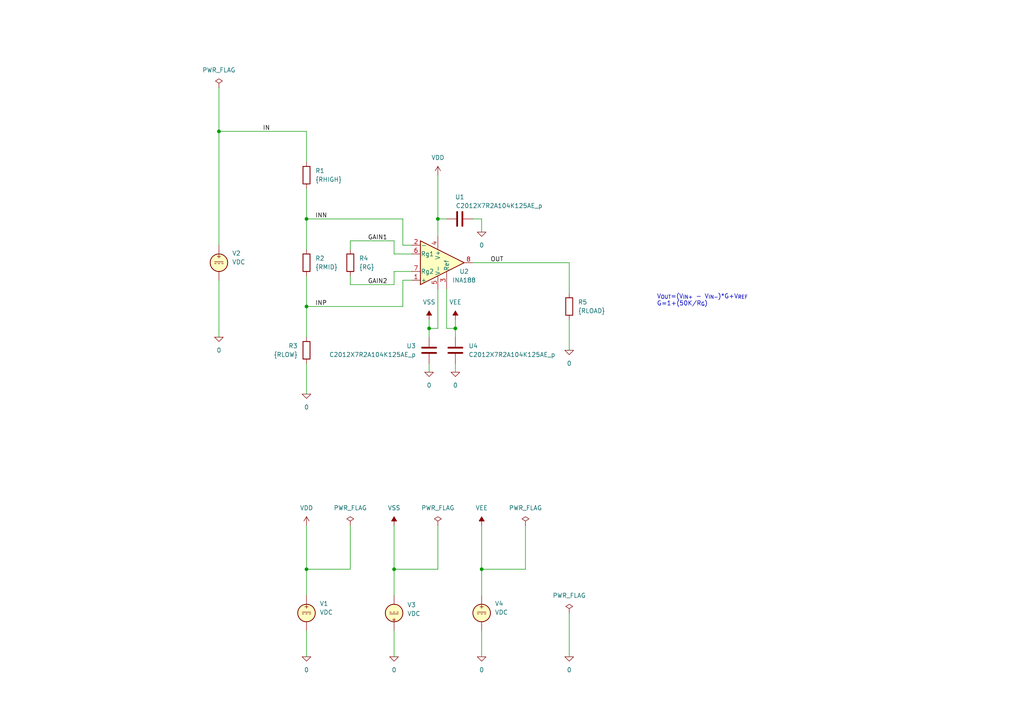
<source format=kicad_sch>
(kicad_sch (version 20211123) (generator eeschema)
  (paper "A4")
  (title_block (title "±10V PLC Input.") (date "2023-04-07") (rev "1") (company "astroelectronic@") (comment 1 "-") (comment 2 "-") (comment 3 "-") (comment 4 "AE01010188"))
  (lib_symbols
    (symbol "Device:C" (pin_numbers hide) (pin_names (offset 0.254))
      (property "Reference" "C" (at 0.635 2.54 0))
      (property "Value" "C" (at 0.635 -2.54 0))
      (symbol "C_0_1"
        (polyline (pts (xy -2.032 -0.762) (xy 2.032 -0.762)) (stroke (width 0.508)))
        (polyline (pts (xy -2.032 0.762) (xy 2.032 0.762)) (stroke (width 0.508)))
      )
      (symbol "C_1_1"
        (pin passive line (at 0 3.81 270) (length 2.794) (name "~") (number "1"))
        (pin passive line (at 0 -3.81 90) (length 2.794) (name "~") (number "2"))
      )
    )
    (symbol "Device:R" (pin_numbers hide) (pin_names (offset 0))
      (property "Reference" "R" (at 2.032 0 90))
      (property "Value" "R" (at 0 0 90))
      (symbol "R_0_1"
        (rectangle (start -1.016 -2.54) (end 1.016 2.54) (stroke (width 0.254)))
      )
      (symbol "R_1_1"
        (pin passive line (at 0 3.81 270) (length 1.27) (name "~") (number "1"))
        (pin passive line (at 0 -3.81 90) (length 1.27) (name "~") (number "2"))
      )
    )
    (symbol "INA188:INA188" (pin_names (offset 0.127))
      (property "Reference" "U" (at 3.81 3.175 0))
      (property "Value" "INA188" (at 3.81 -3.175 0))
      (symbol "INA188_0_1"
        (polyline (pts (xy 7.62 0) (xy -5.08 6.35) (xy -5.08 -6.35) (xy 7.62 0)) (stroke (width 0.254)) (fill (type background)))
      )
      (symbol "INA188_1_1"
        (pin passive line (at -7.62 -5.08 0) (length 2.54) (name "+") (number "1"))
        (pin passive line (at -7.62 5.08 0) (length 2.54) (name "-") (number "2"))
        (pin passive line (at 2.54 -7.62 90) (length 5.08) (name "Ref") (number "3"))
        (pin passive line (at 0 7.62 270) (length 3.81) (name "V+") (number "4"))
        (pin passive line (at 0 -7.62 90) (length 3.81) (name "V-") (number "5"))
        (pin passive line (at -7.62 2.54 0) (length 2.54) (name "Rg1") (number "6"))
        (pin passive line (at -7.62 -2.54 0) (length 2.54) (name "Rg2") (number "7"))
        (pin passive line (at 10.16 0 180) (length 2.54) (name "~") (number "8"))
      )
    )
    (symbol "Simulation_SPICE:VDC" (pin_numbers hide) (pin_names (offset 0.0254))
      (property "Reference" "V" (at 2.54 2.54 0))
      (property "Value" "VDC" (at 2.54 0 0))
      (property "Spice_Model" "dc(1)" (at 2.54 -2.54 0))
      (symbol "VDC_0_0"
        (polyline (pts (xy -1.27 0.254) (xy 1.27 0.254)))
        (polyline (pts (xy -0.762 -0.254) (xy -1.27 -0.254)))
        (polyline (pts (xy 0.254 -0.254) (xy -0.254 -0.254)))
        (polyline (pts (xy 1.27 -0.254) (xy 0.762 -0.254)))
        (text "+" (at 0 1.905 0) (effects (font (size 1.27 1.27))))
      )
      (symbol "VDC_0_1"
        (circle (center 0 0) (radius 2.54) (stroke (width 0.254)) (fill (type background)))
      )
      (symbol "VDC_1_1"
        (pin passive line (at 0 5.08 270) (length 2.54) (name "~") (number "1"))
        (pin passive line (at 0 -5.08 90) (length 2.54) (name "~") (number "2"))
      )
    )
    (symbol "power:PWR_FLAG" (power) (pin_numbers hide) (pin_names (offset 0) hide)
      (property "Value" "PWR_FLAG" (at 0 3.81 0))
      (symbol "PWR_FLAG_0_0"
        (pin power_out line (at 0 0 90) (length 0) (name "pwr") (number "1"))
      )
      (symbol "PWR_FLAG_0_1"
        (polyline (pts (xy 0 0) (xy 0 1.27) (xy -1.016 1.905) (xy 0 2.54) (xy 1.016 1.905) (xy 0 1.27)))
      )
    )
    (symbol "power:VDD" (power) (pin_names (offset 0))
      (property "Value" "VDD" (at 0 3.81 0))
      (symbol "VDD_0_1"
        (polyline (pts (xy -0.762 1.27) (xy 0 2.54)))
        (polyline (pts (xy 0 0) (xy 0 2.54)))
        (polyline (pts (xy 0 2.54) (xy 0.762 1.27)))
      )
      (symbol "VDD_1_1"
        (pin power_in line (at 0 0 90) (length 0) hide (name "VDD") (number "1"))
      )
    )
    (symbol "power:VEE" (power) (pin_names (offset 0))
      (property "Value" "VEE" (at 0 3.81 0))
      (symbol "VEE_0_1"
        (polyline (pts (xy 0 0) (xy 0 2.54)))
        (polyline (pts (xy 0.762 1.27) (xy -0.762 1.27) (xy 0 2.54) (xy 0.762 1.27)) (fill (type outline)))
      )
      (symbol "VEE_1_1"
        (pin power_in line (at 0 0 90) (length 0) hide (name "VEE") (number "1"))
      )
    )
    (symbol "power:VSS" (power) (pin_names (offset 0))
      (property "Value" "VSS" (at 0 3.81 0))
      (symbol "VSS_0_1"
        (polyline (pts (xy 0 0) (xy 0 2.54)))
        (polyline (pts (xy 0.762 1.27) (xy -0.762 1.27) (xy 0 2.54) (xy 0.762 1.27)) (fill (type outline)))
      )
      (symbol "VSS_1_1"
        (pin power_in line (at 0 0 90) (length 0) hide (name "VSS") (number "1"))
      )
    )
    (symbol "pspice:0" (power) (pin_names (offset 0))
      (property "Value" "0" (at 0 -1.778 0))
      (symbol "0_0_1"
        (polyline (pts (xy -1.27 0) (xy 0 -1.27) (xy 1.27 0) (xy -1.27 0)))
      )
      (symbol "0_1_1"
        (pin power_in line (at 0 0 0) (length 0) hide (name "0") (number "1"))
      )
    )
  )
  (junction (at 88.9 165.1))
  (junction (at 114.3 165.1))
  (junction (at 88.9 63.5))
  (junction (at 124.46 95.25))
  (junction (at 63.5 38.1))
  (junction (at 132.08 95.25))
  (junction (at 88.9 88.9))
  (junction (at 127 63.5))
  (junction (at 139.7 165.1))
  (wire (pts (xy 88.9 165.1) (xy 88.9 172.72)))
  (wire (pts (xy 119.38 81.28) (xy 116.84 81.28)))
  (wire (pts (xy 127 83.82) (xy 127 95.25)))
  (wire (pts (xy 132.08 105.41) (xy 132.08 107.95)))
  (wire (pts (xy 116.84 88.9) (xy 116.84 81.28)))
  (wire (pts (xy 114.3 152.4) (xy 114.3 165.1)))
  (wire (pts (xy 119.38 78.74) (xy 114.3 78.74)))
  (wire (pts (xy 165.1 177.8) (xy 165.1 190.5)))
  (wire (pts (xy 139.7 63.5) (xy 139.7 67.31)))
  (wire (pts (xy 88.9 182.88) (xy 88.9 190.5)))
  (wire (pts (xy 165.1 92.71) (xy 165.1 101.6)))
  (wire (pts (xy 63.5 81.28) (xy 63.5 97.79)))
  (wire (pts (xy 127 63.5) (xy 127 68.58)))
  (wire (pts (xy 63.5 38.1) (xy 88.9 38.1)))
  (wire (pts (xy 101.6 165.1) (xy 101.6 152.4)))
  (wire (pts (xy 88.9 54.61) (xy 88.9 63.5)))
  (wire (pts (xy 114.3 182.88) (xy 114.3 190.5)))
  (wire (pts (xy 88.9 38.1) (xy 88.9 46.99)))
  (wire (pts (xy 88.9 88.9) (xy 88.9 97.79)))
  (wire (pts (xy 101.6 82.55) (xy 101.6 80.01)))
  (wire (pts (xy 127 63.5) (xy 129.54 63.5)))
  (wire (pts (xy 88.9 105.41) (xy 88.9 114.3)))
  (wire (pts (xy 137.16 63.5) (xy 139.7 63.5)))
  (wire (pts (xy 124.46 95.25) (xy 124.46 92.71)))
  (wire (pts (xy 63.5 38.1) (xy 63.5 71.12)))
  (wire (pts (xy 132.08 95.25) (xy 132.08 97.79)))
  (wire (pts (xy 137.16 76.2) (xy 165.1 76.2)))
  (wire (pts (xy 114.3 165.1) (xy 114.3 172.72)))
  (wire (pts (xy 119.38 71.12) (xy 116.84 71.12)))
  (wire (pts (xy 88.9 88.9) (xy 116.84 88.9)))
  (wire (pts (xy 139.7 165.1) (xy 139.7 172.72)))
  (wire (pts (xy 139.7 165.1) (xy 152.4 165.1)))
  (wire (pts (xy 132.08 95.25) (xy 132.08 92.71)))
  (wire (pts (xy 88.9 63.5) (xy 116.84 63.5)))
  (wire (pts (xy 152.4 165.1) (xy 152.4 152.4)))
  (wire (pts (xy 127 50.8) (xy 127 63.5)))
  (wire (pts (xy 129.54 83.82) (xy 129.54 95.25)))
  (wire (pts (xy 119.38 73.66) (xy 114.3 73.66)))
  (wire (pts (xy 88.9 165.1) (xy 101.6 165.1)))
  (wire (pts (xy 139.7 182.88) (xy 139.7 190.5)))
  (wire (pts (xy 114.3 78.74) (xy 114.3 82.55)))
  (wire (pts (xy 114.3 73.66) (xy 114.3 69.85)))
  (wire (pts (xy 88.9 152.4) (xy 88.9 165.1)))
  (wire (pts (xy 101.6 69.85) (xy 101.6 72.39)))
  (wire (pts (xy 101.6 82.55) (xy 114.3 82.55)))
  (wire (pts (xy 63.5 25.4) (xy 63.5 38.1)))
  (wire (pts (xy 139.7 152.4) (xy 139.7 165.1)))
  (wire (pts (xy 116.84 71.12) (xy 116.84 63.5)))
  (wire (pts (xy 124.46 105.41) (xy 124.46 107.95)))
  (wire (pts (xy 101.6 69.85) (xy 114.3 69.85)))
  (wire (pts (xy 114.3 165.1) (xy 127 165.1)))
  (wire (pts (xy 124.46 95.25) (xy 124.46 97.79)))
  (wire (pts (xy 88.9 63.5) (xy 88.9 72.39)))
  (wire (pts (xy 124.46 95.25) (xy 127 95.25)))
  (wire (pts (xy 88.9 80.01) (xy 88.9 88.9)))
  (wire (pts (xy 127 165.1) (xy 127 152.4)))
  (wire (pts (xy 129.54 95.25) (xy 132.08 95.25)))
  (wire (pts (xy 165.1 76.2) (xy 165.1 85.09)))
  (text "V_{OUT}=(V_{IN+} - V_{IN-})*G+V_{REF}\nG=1+(50K/R_{G})" (at 190.5 88.9 0) (effects (font (size 1.27 1.27)) (justify left bottom)))
  (label "INP" (at 91.44 88.9 0))
  (label "GAIN2" (at 106.68 82.55 0))
  (label "INN" (at 91.44 63.5 0))
  (label "GAIN1" (at 106.68 69.85 0))
  (label "OUT" (at 142.24 76.2 0))
  (label "IN" (at 76.2 38.1 0))
  (symbol (lib_id "pspice:0") (at 63.5 97.79 0) (unit 1)
    (property "Reference" "#GND0103" (effects hide))
    (property "Value" "0" (at 63.5 101.6 0))
  )
  (symbol (lib_id "power:PWR_FLAG") (at 101.6 152.4 0) (unit 1)
    (property "Reference" "#FLG01" (effects hide))
    (property "Value" "PWR_FLAG" (at 101.6 147.32 0))
  )
  (symbol (lib_id "Device:C") (at 133.35 63.5 90) (unit 1)
    (property "Reference" "U1" (at 133.35 57.15 90))
    (property "Value" "C2012X7R2A104K125AE_p" (at 144.78 59.69 90))
    (property "Spice_Primitive" "X" (effects hide))
    (property "Spice_Model" "C2012X7R2A104K125AE_p" (effects hide))
    (property "Spice_Netlist_Enabled" "Y" (effects hide))
    (property "Spice_Lib_File" "models/C2012X7R2A104K125AE_p.mod" (effects hide))
  )
  (symbol (lib_id "Device:R") (at 88.9 76.2 0) (unit 1)
    (property "Reference" "R2" (at 91.44 74.9299 0) (effects (justify left)))
    (property "Value" "{RMID}" (at 91.44 77.4699 0) (effects (justify left)))
  )
  (symbol (lib_id "pspice:0") (at 139.7 190.5 0) (unit 1)
    (property "Reference" "#GND0105" (effects hide))
    (property "Value" "0" (at 139.7 194.31 0))
  )
  (symbol (lib_id "power:VDD") (at 127 50.8 0) (unit 1)
    (property "Reference" "#PWR04" (effects hide))
    (property "Value" "VDD" (at 127 45.72 0))
  )
  (symbol (lib_id "power:VEE") (at 132.08 92.71 0) (unit 1)
    (property "Reference" "#PWR06" (effects hide))
    (property "Value" "VEE" (at 132.08 87.63 0))
  )
  (symbol (lib_id "power:PWR_FLAG") (at 127 152.4 0) (unit 1)
    (property "Reference" "#FLG03" (effects hide))
    (property "Value" "PWR_FLAG" (at 127 147.32 0))
  )
  (symbol (lib_id "Device:R") (at 88.9 50.8 0) (unit 1)
    (property "Reference" "R1" (at 91.44 49.5299 0) (effects (justify left)))
    (property "Value" "{RHIGH}" (at 91.44 52.0699 0) (effects (justify left)))
  )
  (symbol (lib_id "pspice:0") (at 139.7 67.31 0) (unit 1)
    (property "Reference" "#GND0101" (effects hide))
    (property "Value" "0" (at 139.7 71.12 0))
  )
  (symbol (lib_id "Device:R") (at 101.6 76.2 0) (unit 1)
    (property "Reference" "R4" (at 104.14 74.9299 0) (effects (justify left)))
    (property "Value" "{RG}" (at 104.14 77.4699 0) (effects (justify left)))
  )
  (symbol (lib_id "power:VSS") (at 114.3 152.4 0) (unit 1)
    (property "Reference" "#PWR02" (effects hide))
    (property "Value" "VSS" (at 114.3 147.32 0))
  )
  (symbol (lib_id "pspice:0") (at 88.9 190.5 0) (unit 1)
    (property "Reference" "#GND0107" (effects hide))
    (property "Value" "0" (at 88.9 194.31 0))
  )
  (symbol (lib_id "Device:R") (at 88.9 101.6 0) (unit 1)
    (property "Reference" "R3" (at 86.36 100.3299 0) (effects (justify right)))
    (property "Value" "{RLOW}" (at 86.36 102.8699 0) (effects (justify right)))
  )
  (symbol (lib_id "pspice:0") (at 165.1 101.6 0) (unit 1)
    (property "Reference" "#GND0102" (effects hide))
    (property "Value" "0" (at 165.1 105.41 0))
  )
  (symbol (lib_id "Simulation_SPICE:VDC") (at 114.3 177.8 0) (mirror x) (unit 1)
    (property "Reference" "V3" (at 118.11 175.4496 0) (effects (justify left)))
    (property "Value" "VDC" (at 118.11 177.9896 0) (effects (justify left)))
    (property "Spice_Netlist_Enabled" "Y" (effects hide))
    (property "Spice_Primitive" "V" (effects hide))
    (property "Spice_Model" "{VNEG}" (at 118.11 180.5296 0) (effects (justify left)))
  )
  (symbol (lib_id "Device:C") (at 132.08 101.6 180) (unit 1)
    (property "Reference" "U4" (at 135.89 100.3299 0) (effects (justify right)))
    (property "Value" "C2012X7R2A104K125AE_p" (at 135.89 102.8699 0) (effects (justify right)))
    (property "Spice_Primitive" "X" (effects hide))
    (property "Spice_Model" "C2012X7R2A104K125AE_p" (effects hide))
    (property "Spice_Netlist_Enabled" "Y" (effects hide))
    (property "Spice_Lib_File" "models/C2012X7R2A104K125AE_p.mod" (effects hide))
  )
  (symbol (lib_id "Simulation_SPICE:VDC") (at 88.9 177.8 0) (unit 1)
    (property "Reference" "V1" (at 92.71 175.0701 0) (effects (justify left)))
    (property "Value" "VDC" (at 92.71 177.6101 0) (effects (justify left)))
    (property "Spice_Netlist_Enabled" "Y" (effects hide))
    (property "Spice_Primitive" "V" (effects hide))
    (property "Spice_Model" "{VPOS}" (at 92.71 180.1501 0) (effects (justify left)))
  )
  (symbol (lib_id "power:PWR_FLAG") (at 165.1 177.8 0) (unit 1)
    (property "Reference" "#FLG02" (effects hide))
    (property "Value" "PWR_FLAG" (at 165.1 172.72 0))
  )
  (symbol (lib_id "power:VSS") (at 124.46 92.71 0) (unit 1)
    (property "Reference" "#PWR05" (effects hide))
    (property "Value" "VSS" (at 124.46 87.63 0))
  )
  (symbol (lib_id "Simulation_SPICE:VDC") (at 63.5 76.2 0) (unit 1)
    (property "Reference" "V2" (at 67.31 73.4701 0) (effects (justify left)))
    (property "Value" "VDC" (at 67.31 76.0101 0) (effects (justify left)))
    (property "Spice_Netlist_Enabled" "Y" (effects hide))
    (property "Spice_Primitive" "V" (effects hide))
    (property "Spice_Model" "{VIN}" (at 67.31 78.5501 0) (effects (justify left)))
  )
  (symbol (lib_id "pspice:0") (at 88.9 114.3 0) (unit 1)
    (property "Reference" "#GND0104" (effects hide))
    (property "Value" "0" (at 88.9 118.11 0))
  )
  (symbol (lib_id "pspice:0") (at 124.46 107.95 0) (unit 1)
    (property "Reference" "#GND0110" (effects hide))
    (property "Value" "0" (at 124.46 111.76 0))
  )
  (symbol (lib_id "INA188:INA188") (at 127 76.2 0) (unit 1)
    (property "Reference" "U2" (at 134.62 78.74 0))
    (property "Value" "INA188" (at 134.62 81.28 0))
    (property "Datasheet" "http://www.ti.com/lit/ds/symlink/ina188.pdf" (effects hide))
    (property "Spice_Primitive" "X" (effects hide))
    (property "Spice_Model" "INA188" (effects hide))
    (property "Spice_Netlist_Enabled" "Y" (effects hide))
    (property "Spice_Lib_File" "models/INA188.lib" (effects hide))
  )
  (symbol (lib_id "Simulation_SPICE:VDC") (at 139.7 177.8 0) (unit 1)
    (property "Reference" "V4" (at 143.51 175.0701 0) (effects (justify left)))
    (property "Value" "VDC" (at 143.51 177.6101 0) (effects (justify left)))
    (property "Spice_Netlist_Enabled" "Y" (effects hide))
    (property "Spice_Primitive" "V" (effects hide))
    (property "Spice_Model" "{VREF}" (at 143.51 180.1501 0) (effects (justify left)))
  )
  (symbol (lib_id "power:PWR_FLAG") (at 63.5 25.4 0) (unit 1)
    (property "Reference" "#FLG05" (effects hide))
    (property "Value" "PWR_FLAG" (at 63.5 20.32 0))
  )
  (symbol (lib_id "power:VEE") (at 139.7 152.4 0) (unit 1)
    (property "Reference" "#PWR03" (effects hide))
    (property "Value" "VEE" (at 139.7 147.32 0))
  )
  (symbol (lib_id "power:VDD") (at 88.9 152.4 0) (unit 1)
    (property "Reference" "#PWR01" (effects hide))
    (property "Value" "VDD" (at 88.9 147.32 0))
  )
  (symbol (lib_id "pspice:0") (at 165.1 190.5 0) (unit 1)
    (property "Reference" "#GND0106" (effects hide))
    (property "Value" "0" (at 165.1 194.31 0))
  )
  (symbol (lib_id "Device:R") (at 165.1 88.9 0) (unit 1)
    (property "Reference" "R5" (at 167.64 87.6299 0) (effects (justify left)))
    (property "Value" "{RLOAD}" (at 167.64 90.1699 0) (effects (justify left)))
  )
  (symbol (lib_id "pspice:0") (at 132.08 107.95 0) (unit 1)
    (property "Reference" "#GND0109" (effects hide))
    (property "Value" "0" (at 132.08 111.76 0))
  )
  (symbol (lib_id "pspice:0") (at 114.3 190.5 0) (unit 1)
    (property "Reference" "#GND0108" (effects hide))
    (property "Value" "0" (at 114.3 194.31 0))
  )
  (symbol (lib_id "Device:C") (at 124.46 101.6 0) (mirror x) (unit 1)
    (property "Reference" "U3" (at 120.65 100.3299 0) (effects (justify right)))
    (property "Value" "C2012X7R2A104K125AE_p" (at 120.65 102.8699 0) (effects (justify right)))
    (property "Spice_Primitive" "X" (effects hide))
    (property "Spice_Model" "C2012X7R2A104K125AE_p" (effects hide))
    (property "Spice_Netlist_Enabled" "Y" (effects hide))
    (property "Spice_Lib_File" "models/C2012X7R2A104K125AE_p.mod" (effects hide))
  )
  (symbol (lib_id "power:PWR_FLAG") (at 152.4 152.4 0) (unit 1)
    (property "Reference" "#FLG04" (effects hide))
    (property "Value" "PWR_FLAG" (at 152.4 147.32 0))
  )
)
</source>
